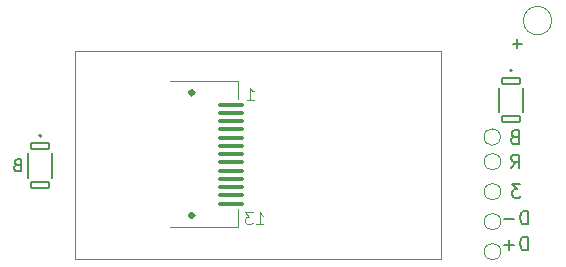
<source format=gbo>
G04 #@! TF.GenerationSoftware,KiCad,Pcbnew,9.0.2*
G04 #@! TF.CreationDate,2026-01-05T11:11:59+01:00*
G04 #@! TF.ProjectId,switch,73776974-6368-42e6-9b69-6361645f7063,rev?*
G04 #@! TF.SameCoordinates,Original*
G04 #@! TF.FileFunction,Legend,Bot*
G04 #@! TF.FilePolarity,Positive*
%FSLAX46Y46*%
G04 Gerber Fmt 4.6, Leading zero omitted, Abs format (unit mm)*
G04 Created by KiCad (PCBNEW 9.0.2) date 2026-01-05 11:11:59*
%MOMM*%
%LPD*%
G01*
G04 APERTURE LIST*
G04 Aperture macros list*
%AMRoundRect*
0 Rectangle with rounded corners*
0 $1 Rounding radius*
0 $2 $3 $4 $5 $6 $7 $8 $9 X,Y pos of 4 corners*
0 Add a 4 corners polygon primitive as box body*
4,1,4,$2,$3,$4,$5,$6,$7,$8,$9,$2,$3,0*
0 Add four circle primitives for the rounded corners*
1,1,$1+$1,$2,$3*
1,1,$1+$1,$4,$5*
1,1,$1+$1,$6,$7*
1,1,$1+$1,$8,$9*
0 Add four rect primitives between the rounded corners*
20,1,$1+$1,$2,$3,$4,$5,0*
20,1,$1+$1,$4,$5,$6,$7,0*
20,1,$1+$1,$6,$7,$8,$9,0*
20,1,$1+$1,$8,$9,$2,$3,0*%
G04 Aperture macros list end*
%ADD10C,0.203200*%
%ADD11C,0.150000*%
%ADD12C,0.100000*%
%ADD13C,0.120000*%
%ADD14C,0.127000*%
%ADD15C,0.200000*%
%ADD16C,0.350000*%
%ADD17C,1.000000*%
%ADD18C,2.000000*%
%ADD19C,4.300000*%
%ADD20RoundRect,0.102000X-0.750000X0.275000X-0.750000X-0.275000X0.750000X-0.275000X0.750000X0.275000X0*%
%ADD21RoundRect,0.092500X1.007500X0.092500X-1.007500X0.092500X-1.007500X-0.092500X1.007500X-0.092500X0*%
G04 APERTURE END LIST*
D10*
X182169373Y-124904637D02*
X182006087Y-124959065D01*
X182006087Y-124959065D02*
X181951658Y-125013494D01*
X181951658Y-125013494D02*
X181897230Y-125122351D01*
X181897230Y-125122351D02*
X181897230Y-125285637D01*
X181897230Y-125285637D02*
X181951658Y-125394494D01*
X181951658Y-125394494D02*
X182006087Y-125448923D01*
X182006087Y-125448923D02*
X182114944Y-125503351D01*
X182114944Y-125503351D02*
X182550373Y-125503351D01*
X182550373Y-125503351D02*
X182550373Y-124360351D01*
X182550373Y-124360351D02*
X182169373Y-124360351D01*
X182169373Y-124360351D02*
X182060516Y-124414780D01*
X182060516Y-124414780D02*
X182006087Y-124469208D01*
X182006087Y-124469208D02*
X181951658Y-124578065D01*
X181951658Y-124578065D02*
X181951658Y-124686923D01*
X181951658Y-124686923D02*
X182006087Y-124795780D01*
X182006087Y-124795780D02*
X182060516Y-124850208D01*
X182060516Y-124850208D02*
X182169373Y-124904637D01*
X182169373Y-124904637D02*
X182550373Y-124904637D01*
X181920806Y-127555976D02*
X182301806Y-127011690D01*
X182573949Y-127555976D02*
X182573949Y-126412976D01*
X182573949Y-126412976D02*
X182138520Y-126412976D01*
X182138520Y-126412976D02*
X182029663Y-126467405D01*
X182029663Y-126467405D02*
X181975234Y-126521833D01*
X181975234Y-126521833D02*
X181920806Y-126630690D01*
X181920806Y-126630690D02*
X181920806Y-126793976D01*
X181920806Y-126793976D02*
X181975234Y-126902833D01*
X181975234Y-126902833D02*
X182029663Y-126957262D01*
X182029663Y-126957262D02*
X182138520Y-127011690D01*
X182138520Y-127011690D02*
X182573949Y-127011690D01*
D11*
X140096687Y-127285809D02*
X139953830Y-127333428D01*
X139953830Y-127333428D02*
X139906211Y-127381047D01*
X139906211Y-127381047D02*
X139858592Y-127476285D01*
X139858592Y-127476285D02*
X139858592Y-127619142D01*
X139858592Y-127619142D02*
X139906211Y-127714380D01*
X139906211Y-127714380D02*
X139953830Y-127762000D01*
X139953830Y-127762000D02*
X140049068Y-127809619D01*
X140049068Y-127809619D02*
X140430020Y-127809619D01*
X140430020Y-127809619D02*
X140430020Y-126809619D01*
X140430020Y-126809619D02*
X140096687Y-126809619D01*
X140096687Y-126809619D02*
X140001449Y-126857238D01*
X140001449Y-126857238D02*
X139953830Y-126904857D01*
X139953830Y-126904857D02*
X139906211Y-127000095D01*
X139906211Y-127000095D02*
X139906211Y-127095333D01*
X139906211Y-127095333D02*
X139953830Y-127190571D01*
X139953830Y-127190571D02*
X140001449Y-127238190D01*
X140001449Y-127238190D02*
X140096687Y-127285809D01*
X140096687Y-127285809D02*
X140430020Y-127285809D01*
D10*
X182710030Y-128906951D02*
X182002458Y-128906951D01*
X182002458Y-128906951D02*
X182383458Y-129342380D01*
X182383458Y-129342380D02*
X182220173Y-129342380D01*
X182220173Y-129342380D02*
X182111316Y-129396808D01*
X182111316Y-129396808D02*
X182056887Y-129451237D01*
X182056887Y-129451237D02*
X182002458Y-129560094D01*
X182002458Y-129560094D02*
X182002458Y-129832237D01*
X182002458Y-129832237D02*
X182056887Y-129941094D01*
X182056887Y-129941094D02*
X182111316Y-129995523D01*
X182111316Y-129995523D02*
X182220173Y-130049951D01*
X182220173Y-130049951D02*
X182546744Y-130049951D01*
X182546744Y-130049951D02*
X182655601Y-129995523D01*
X182655601Y-129995523D02*
X182710030Y-129941094D01*
X183312373Y-132310551D02*
X183312373Y-131167551D01*
X183312373Y-131167551D02*
X183040230Y-131167551D01*
X183040230Y-131167551D02*
X182876944Y-131221980D01*
X182876944Y-131221980D02*
X182768087Y-131330837D01*
X182768087Y-131330837D02*
X182713658Y-131439694D01*
X182713658Y-131439694D02*
X182659230Y-131657408D01*
X182659230Y-131657408D02*
X182659230Y-131820694D01*
X182659230Y-131820694D02*
X182713658Y-132038408D01*
X182713658Y-132038408D02*
X182768087Y-132147265D01*
X182768087Y-132147265D02*
X182876944Y-132256123D01*
X182876944Y-132256123D02*
X183040230Y-132310551D01*
X183040230Y-132310551D02*
X183312373Y-132310551D01*
X182169373Y-131875123D02*
X181298516Y-131875123D01*
X183312373Y-134494951D02*
X183312373Y-133351951D01*
X183312373Y-133351951D02*
X183040230Y-133351951D01*
X183040230Y-133351951D02*
X182876944Y-133406380D01*
X182876944Y-133406380D02*
X182768087Y-133515237D01*
X182768087Y-133515237D02*
X182713658Y-133624094D01*
X182713658Y-133624094D02*
X182659230Y-133841808D01*
X182659230Y-133841808D02*
X182659230Y-134005094D01*
X182659230Y-134005094D02*
X182713658Y-134222808D01*
X182713658Y-134222808D02*
X182768087Y-134331665D01*
X182768087Y-134331665D02*
X182876944Y-134440523D01*
X182876944Y-134440523D02*
X183040230Y-134494951D01*
X183040230Y-134494951D02*
X183312373Y-134494951D01*
X182169373Y-134059523D02*
X181298516Y-134059523D01*
X181733944Y-134494951D02*
X181733944Y-133624094D01*
D11*
X182420466Y-116636848D02*
X182420466Y-117398753D01*
X182801419Y-117017800D02*
X182039514Y-117017800D01*
D12*
X159554306Y-121774419D02*
X160125734Y-121774419D01*
X159840020Y-121774419D02*
X159840020Y-120774419D01*
X159840020Y-120774419D02*
X159935258Y-120917276D01*
X159935258Y-120917276D02*
X160030496Y-121012514D01*
X160030496Y-121012514D02*
X160125734Y-121060133D01*
X160354306Y-132284419D02*
X160925734Y-132284419D01*
X160640020Y-132284419D02*
X160640020Y-131284419D01*
X160640020Y-131284419D02*
X160735258Y-131427276D01*
X160735258Y-131427276D02*
X160830496Y-131522514D01*
X160830496Y-131522514D02*
X160925734Y-131570133D01*
X160020972Y-131284419D02*
X159401925Y-131284419D01*
X159401925Y-131284419D02*
X159735258Y-131665371D01*
X159735258Y-131665371D02*
X159592401Y-131665371D01*
X159592401Y-131665371D02*
X159497163Y-131712990D01*
X159497163Y-131712990D02*
X159449544Y-131760609D01*
X159449544Y-131760609D02*
X159401925Y-131855847D01*
X159401925Y-131855847D02*
X159401925Y-132093942D01*
X159401925Y-132093942D02*
X159449544Y-132189180D01*
X159449544Y-132189180D02*
X159497163Y-132236800D01*
X159497163Y-132236800D02*
X159592401Y-132284419D01*
X159592401Y-132284419D02*
X159878115Y-132284419D01*
X159878115Y-132284419D02*
X159973353Y-132236800D01*
X159973353Y-132236800D02*
X160020972Y-132189180D01*
D13*
G04 #@! TO.C,TP2*
X181014600Y-124917200D02*
G75*
G02*
X179614600Y-124917200I-700000J0D01*
G01*
X179614600Y-124917200D02*
G75*
G02*
X181014600Y-124917200I700000J0D01*
G01*
G04 #@! TO.C,TP1*
X181040000Y-127000000D02*
G75*
G02*
X179640000Y-127000000I-700000J0D01*
G01*
X179640000Y-127000000D02*
G75*
G02*
X181040000Y-127000000I700000J0D01*
G01*
G04 #@! TO.C,TP5*
X185350000Y-115062000D02*
G75*
G02*
X182950000Y-115062000I-1200000J0D01*
G01*
X182950000Y-115062000D02*
G75*
G02*
X185350000Y-115062000I1200000J0D01*
G01*
D14*
G04 #@! TO.C,SW1*
X141036800Y-126276800D02*
X141036800Y-128349800D01*
X143036800Y-126276800D02*
X143036800Y-128349800D01*
D15*
X142136800Y-124813300D02*
G75*
G02*
X141936800Y-124813300I-100000J0D01*
G01*
X141936800Y-124813300D02*
G75*
G02*
X142136800Y-124813300I100000J0D01*
G01*
D13*
G04 #@! TO.C,TP9*
X181040000Y-132080000D02*
G75*
G02*
X179640000Y-132080000I-700000J0D01*
G01*
X179640000Y-132080000D02*
G75*
G02*
X181040000Y-132080000I700000J0D01*
G01*
D12*
G04 #@! TO.C,J2*
X153022000Y-120162000D02*
X158822000Y-120162000D01*
X158822000Y-120162000D02*
X158822000Y-121722000D01*
X158822000Y-131022000D02*
X158822000Y-132562000D01*
X158822000Y-132562000D02*
X153022000Y-132562000D01*
X176022000Y-117622000D02*
X145022000Y-117622000D01*
X145022000Y-135222000D01*
X176022000Y-135222000D01*
X176022000Y-117622000D01*
D16*
X155047000Y-121162000D02*
G75*
G02*
X154697000Y-121162000I-175000J0D01*
G01*
X154697000Y-121162000D02*
G75*
G02*
X155047000Y-121162000I175000J0D01*
G01*
X155047000Y-131562000D02*
G75*
G02*
X154697000Y-131562000I-175000J0D01*
G01*
X154697000Y-131562000D02*
G75*
G02*
X155047000Y-131562000I175000J0D01*
G01*
D13*
G04 #@! TO.C,TP8*
X181040000Y-129540000D02*
G75*
G02*
X179640000Y-129540000I-700000J0D01*
G01*
X179640000Y-129540000D02*
G75*
G02*
X181040000Y-129540000I700000J0D01*
G01*
G04 #@! TO.C,TP10*
X181040000Y-134620000D02*
G75*
G02*
X179640000Y-134620000I-700000J0D01*
G01*
X179640000Y-134620000D02*
G75*
G02*
X181040000Y-134620000I700000J0D01*
G01*
D14*
G04 #@! TO.C,SW2*
X180889400Y-120739600D02*
X180889400Y-122812600D01*
X182889400Y-120739600D02*
X182889400Y-122812600D01*
D15*
X181989400Y-119276100D02*
G75*
G02*
X181789400Y-119276100I-100000J0D01*
G01*
X181789400Y-119276100D02*
G75*
G02*
X181989400Y-119276100I100000J0D01*
G01*
G04 #@! TD*
%LPC*%
D17*
G04 #@! TO.C,TP2*
X180314600Y-124917200D03*
G04 #@! TD*
G04 #@! TO.C,TP1*
X180340000Y-127000000D03*
G04 #@! TD*
D18*
G04 #@! TO.C,TP5*
X184150000Y-115062000D03*
G04 #@! TD*
D19*
G04 #@! TO.C,H1*
X190500000Y-109728000D03*
G04 #@! TD*
D20*
G04 #@! TO.C,SW1*
X142036800Y-125688300D03*
X142036800Y-128938300D03*
G04 #@! TD*
D17*
G04 #@! TO.C,TP9*
X180340000Y-132080000D03*
G04 #@! TD*
D21*
G04 #@! TO.C,J2*
X158212000Y-122162000D03*
X158212000Y-122862000D03*
X158212000Y-123562000D03*
X158212000Y-124262000D03*
X158212000Y-124962000D03*
X158212000Y-125662000D03*
X158212000Y-126362000D03*
X158212000Y-127062000D03*
X158212000Y-127762000D03*
X158212000Y-128462000D03*
X158212000Y-129162000D03*
X158212000Y-129862000D03*
X158212000Y-130562000D03*
G04 #@! TD*
D17*
G04 #@! TO.C,TP8*
X180340000Y-129540000D03*
G04 #@! TD*
G04 #@! TO.C,TP10*
X180340000Y-134620000D03*
G04 #@! TD*
D20*
G04 #@! TO.C,SW2*
X181889400Y-120151100D03*
X181889400Y-123401100D03*
G04 #@! TD*
%LPD*%
M02*

</source>
